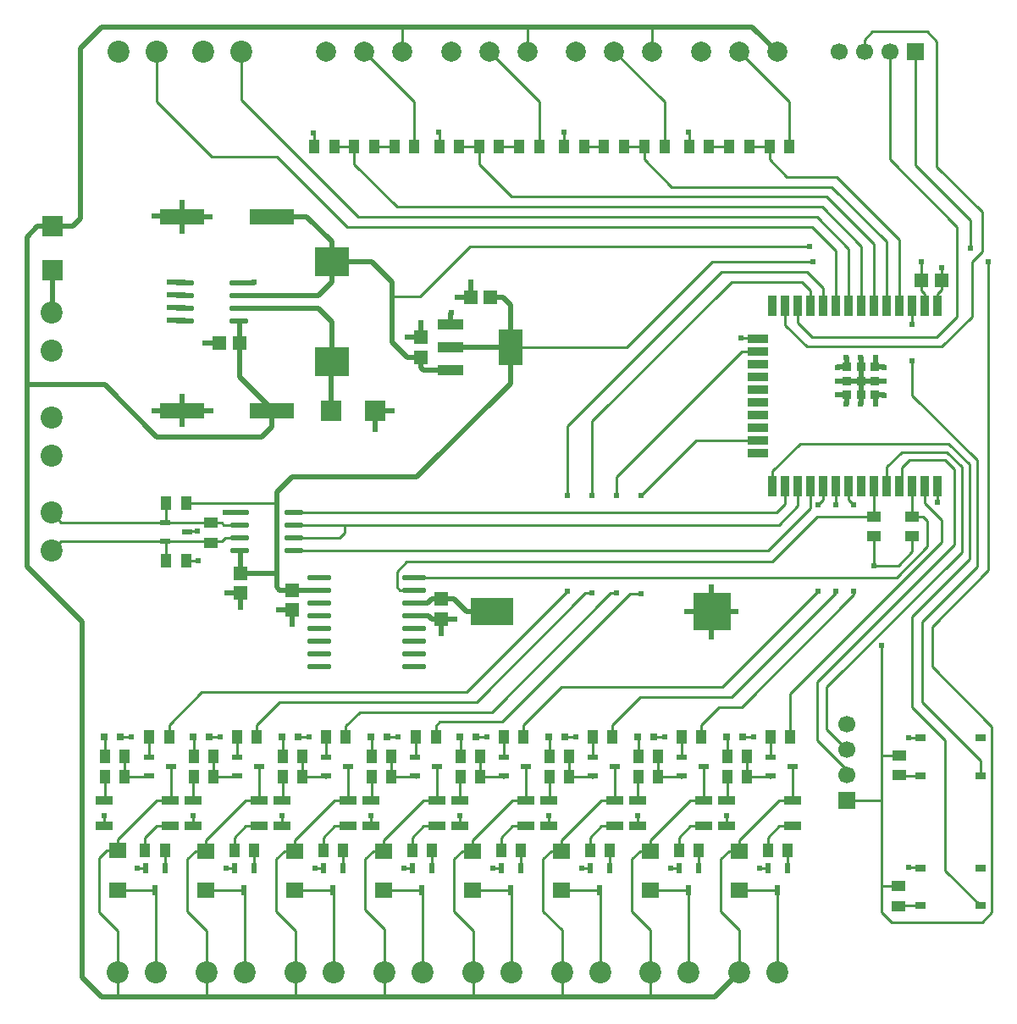
<source format=gtl>
G04 Layer: TopLayer*
G04 EasyEDA Pro v2.2.40.8, 2025-08-06 11:59:20*
G04 Gerber Generator version 0.3*
G04 Scale: 100 percent, Rotated: No, Reflected: No*
G04 Dimensions in millimeters*
G04 Leading zeros omitted, absolute positions, 4 integers and 5 decimals*
G04 Generated by one-click*
%FSLAX45Y45*%
%MOMM*%
%ADD10R,1.41X1.35001*%
%ADD11R,0.95001X2.1*%
%ADD12R,2.1X0.95001*%
%ADD13R,0.9X0.9*%
%ADD14C,2.2*%
%ADD15R,4.49999X1.65001*%
%ADD16R,1.35001X1.41*%
%ADD17R,2.0X2.0*%
%ADD18R,3.5003X2.99999*%
%ADD19R,3.49999X2.99999*%
%ADD20O,1.95021X0.5684*%
%ADD21R,2.49999X1.1*%
%ADD22R,2.34X3.59999*%
%ADD23R,1.03749X0.532*%
%ADD24R,1.13254X1.37701*%
%ADD25R,1.37701X1.13254*%
%ADD26R,3.79999X3.79999*%
%ADD27R,4.29999X2.79999*%
%ADD28C,2.0*%
%ADD29O,2.4005X0.57399*%
%ADD30R,1.0X0.75001*%
%ADD31R,1.7X1.7*%
%ADD32C,1.7*%
%ADD33R,1.7X0.95001*%
%ADD34R,0.532X1.03749*%
%ADD35R,0.8X0.8*%
%ADD36R,1.68001X1.51999*%
%ADD37C,0.61*%
%ADD38C,0.254*%
%ADD39C,0.508*%
G75*


G04 Pad Start*
G54D10*
G01X9095140Y-2686439D03*
G01X9295139Y-2686439D03*
G54D11*
G01X9257192Y-2942128D03*
G01X9130192Y-2942128D03*
G01X9003192Y-2942128D03*
G01X8876192Y-2942128D03*
G01X8749192Y-2942128D03*
G01X8622192Y-2942128D03*
G01X8495192Y-2942128D03*
G01X8368192Y-2942128D03*
G01X8241192Y-2942128D03*
G01X8114192Y-2942128D03*
G01X7987192Y-2942128D03*
G01X7860192Y-2942128D03*
G01X7733192Y-2942128D03*
G01X7606192Y-2942128D03*
G54D12*
G01X7456687Y-3270652D03*
G01X7456687Y-3397652D03*
G01X7456687Y-3524652D03*
G01X7456687Y-3651652D03*
G01X7456687Y-3778652D03*
G01X7456687Y-3905652D03*
G01X7456687Y-4032652D03*
G01X7456687Y-4159652D03*
G01X7456687Y-4286652D03*
G01X7456687Y-4413652D03*
G54D11*
G01X7606192Y-4742150D03*
G01X7733192Y-4742150D03*
G01X7860192Y-4742150D03*
G01X7987192Y-4742150D03*
G01X8114192Y-4742150D03*
G01X8241192Y-4742150D03*
G01X8368192Y-4742150D03*
G01X8495192Y-4742150D03*
G01X8622192Y-4742150D03*
G01X8749192Y-4742150D03*
G01X8876192Y-4742150D03*
G01X9003192Y-4742150D03*
G01X9130192Y-4742150D03*
G01X9257192Y-4742150D03*
G54D13*
G01X8489096Y-3692114D03*
G01X8489096Y-3552135D03*
G01X8489096Y-3832144D03*
G01X8629101Y-3832144D03*
G01X8629101Y-3692139D03*
G01X8629101Y-3552135D03*
G01X8349091Y-3552135D03*
G01X8349091Y-3692139D03*
G01X8349091Y-3832144D03*
G54D14*
G01X1064197Y-399999D03*
G01X1445197Y-399999D03*
G01X1914195Y-399999D03*
G01X2295195Y-399999D03*
G54D15*
G01X2599982Y-2049996D03*
G01X1700009Y-2049996D03*
G01X2599982Y-3988092D03*
G01X1700009Y-3988092D03*
G54D10*
G01X2275396Y-3313493D03*
G01X2075396Y-3313493D03*
G54D16*
G01X4086972Y-3455632D03*
G01X4086972Y-3255632D03*
G54D10*
G01X4786972Y-2855632D03*
G01X4586973Y-2855632D03*
G54D17*
G01X3636289Y-3987800D03*
G01X3196311Y-3987800D03*
G01X406400Y-2582189D03*
G01X406400Y-2142211D03*
G54D19*
G01X3199994Y-2499995D03*
G01X3199994Y-3499993D03*
G54D14*
G01X399999Y-3390494D03*
G01X399999Y-3009494D03*
G54D20*
G01X2270506Y-3090494D03*
G01X2270506Y-2963494D03*
G01X2270506Y-2836494D03*
G01X2270506Y-2709494D03*
G01X1729486Y-3090494D03*
G01X1729486Y-2963494D03*
G01X1729486Y-2836494D03*
G01X1729486Y-2709494D03*
G54D21*
G01X4389978Y-3125635D03*
G01X4389978Y-3355632D03*
G01X4389978Y-3585629D03*
G54D22*
G01X4983970Y-3355632D03*
G54D16*
G01X2287295Y-5612689D03*
G01X2287295Y-5812688D03*
G54D23*
G01X1533563Y-5104994D03*
G01X1533563Y-5294986D03*
G01X1753832Y-5199990D03*
G54D14*
G01X399999Y-5390490D03*
G01X399999Y-5009490D03*
G54D24*
G01X1743697Y-5487289D03*
G01X1543698Y-5487289D03*
G01X1543698Y-4912690D03*
G01X1743697Y-4912690D03*
G54D25*
G01X1993900Y-5307000D03*
G01X1993900Y-5107000D03*
G54D20*
G01X2823210Y-5384800D03*
G01X2823210Y-5257800D03*
G01X2823210Y-5130800D03*
G01X2823210Y-5003800D03*
G01X2282190Y-5384800D03*
G01X2282190Y-5257800D03*
G01X2282190Y-5130800D03*
G01X2282190Y-5003800D03*
G54D14*
G01X399999Y-4440491D03*
G01X399999Y-4059491D03*
G54D26*
G01X7002490Y-5999988D03*
G54D27*
G01X4797483Y-5999988D03*
G54D16*
G01X4292600Y-5869000D03*
G01X4292600Y-6069000D03*
G01X2806700Y-5780100D03*
G01X2806700Y-5980100D03*
G54D28*
G01X5153990Y-399999D03*
G01X4772990Y-399999D03*
G01X4391990Y-399999D03*
G01X6403988Y-399999D03*
G01X6022988Y-399999D03*
G01X5641988Y-399999D03*
G01X7653985Y-399999D03*
G01X7272985Y-399999D03*
G01X6891985Y-399999D03*
G54D25*
G01X8623300Y-5243500D03*
G01X8623300Y-5043500D03*
G01X9004300Y-5243500D03*
G01X9004300Y-5043500D03*
G54D29*
G01X3074962Y-5655488D03*
G01X3074962Y-5782488D03*
G01X3074962Y-5909488D03*
G01X3074962Y-6036488D03*
G01X3074962Y-6163488D03*
G01X3074962Y-6290488D03*
G01X3074962Y-6417488D03*
G01X3074962Y-6544488D03*
G01X4025024Y-5655488D03*
G01X4025024Y-5782488D03*
G01X4025024Y-5909488D03*
G01X4025024Y-6036488D03*
G01X4025024Y-6163488D03*
G01X4025024Y-6290488D03*
G01X4025024Y-6417488D03*
G01X4025024Y-6544488D03*
G54D25*
G01X8864600Y-8939200D03*
G01X8864600Y-8739200D03*
G01X8877300Y-7631100D03*
G01X8877300Y-7431100D03*
G54D30*
G01X9085301Y-8562800D03*
G01X9685299Y-8562800D03*
G01X9085301Y-8937800D03*
G01X9685299Y-8937800D03*
G01X9087282Y-7260085D03*
G01X9687281Y-7260085D03*
G01X9087282Y-7635085D03*
G01X9687281Y-7635085D03*
G54D31*
G01X9030983Y-399999D03*
G54D32*
G01X8776983Y-399999D03*
G01X8522983Y-399999D03*
G01X8268983Y-399999D03*
G54D31*
G01X8349983Y-7880985D03*
G54D32*
G01X8349983Y-7626985D03*
G01X8349983Y-7372985D03*
G01X8349983Y-7118985D03*
G54D24*
G01X5272989Y-1349997D03*
G01X5072990Y-1349997D03*
G01X4872990Y-1349997D03*
G01X4672990Y-1349997D03*
G01X4472991Y-1349997D03*
G01X4272991Y-1349997D03*
G01X6122988Y-1349997D03*
G01X5922988Y-1349997D03*
G01X5722988Y-1349997D03*
G01X5522989Y-1349997D03*
G01X7372985Y-1349997D03*
G01X7172985Y-1349997D03*
G01X6972986Y-1349997D03*
G01X6772986Y-1349997D03*
G54D28*
G01X3903993Y-399999D03*
G01X3522993Y-399999D03*
G01X3141993Y-399999D03*
G54D24*
G01X3622993Y-1349997D03*
G01X3422993Y-1349997D03*
G01X3222993Y-1349997D03*
G01X3022994Y-1349997D03*
G01X4024592Y-1349997D03*
G01X3824592Y-1349997D03*
G01X6524587Y-1349997D03*
G01X6324587Y-1349997D03*
G01X7774584Y-1349997D03*
G01X7574585Y-1349997D03*
G54D33*
G01X7150303Y-7886700D03*
G01X7150303Y-8140700D03*
G01X7810297Y-8140700D03*
G01X7810297Y-7886700D03*
G01X6261303Y-7886700D03*
G01X6261303Y-8140700D03*
G01X6921297Y-8140700D03*
G01X6921297Y-7886700D03*
G01X5372303Y-7886700D03*
G01X5372303Y-8140700D03*
G01X6032297Y-8140700D03*
G01X6032297Y-7886700D03*
G01X4483303Y-7886700D03*
G01X4483303Y-8140700D03*
G01X5143297Y-8140700D03*
G01X5143297Y-7886700D03*
G01X3594303Y-7886700D03*
G01X3594303Y-8140700D03*
G01X4254297Y-8140700D03*
G01X4254297Y-7886700D03*
G01X2705303Y-7886700D03*
G01X2705303Y-8140700D03*
G01X3365297Y-8140700D03*
G01X3365297Y-7886700D03*
G01X1816303Y-7886700D03*
G01X1816303Y-8140700D03*
G01X2476297Y-8140700D03*
G01X2476297Y-7886700D03*
G01X927303Y-7886700D03*
G01X927303Y-8140700D03*
G01X1587297Y-8140700D03*
G01X1587297Y-7886700D03*
G54D24*
G01X7758100Y-8382000D03*
G01X7558100Y-8382000D03*
G01X7351700Y-7442200D03*
G01X7151700Y-7442200D03*
G01X7151700Y-7645400D03*
G01X7351700Y-7645400D03*
G01X7583500Y-7251700D03*
G01X7783500Y-7251700D03*
G01X6869100Y-8382000D03*
G01X6669100Y-8382000D03*
G01X6462700Y-7442200D03*
G01X6262700Y-7442200D03*
G01X6262700Y-7645400D03*
G01X6462700Y-7645400D03*
G01X6694500Y-7251700D03*
G01X6894500Y-7251700D03*
G01X5980100Y-8382000D03*
G01X5780100Y-8382000D03*
G01X5573700Y-7442200D03*
G01X5373700Y-7442200D03*
G01X5373700Y-7645400D03*
G01X5573700Y-7645400D03*
G01X5805500Y-7251700D03*
G01X6005500Y-7251700D03*
G01X5091100Y-8382000D03*
G01X4891100Y-8382000D03*
G01X4684700Y-7442200D03*
G01X4484700Y-7442200D03*
G01X4484700Y-7645400D03*
G01X4684700Y-7645400D03*
G01X4916500Y-7251700D03*
G01X5116500Y-7251700D03*
G01X4202100Y-8382000D03*
G01X4002100Y-8382000D03*
G01X3795700Y-7442200D03*
G01X3595700Y-7442200D03*
G01X3595700Y-7645400D03*
G01X3795700Y-7645400D03*
G01X4040200Y-7251700D03*
G01X4240200Y-7251700D03*
G01X3313100Y-8382000D03*
G01X3113100Y-8382000D03*
G01X2906700Y-7442200D03*
G01X2706700Y-7442200D03*
G01X2706700Y-7645400D03*
G01X2906700Y-7645400D03*
G01X3138500Y-7251700D03*
G01X3338500Y-7251700D03*
G01X2424100Y-8382000D03*
G01X2224100Y-8382000D03*
G01X2017700Y-7442200D03*
G01X1817700Y-7442200D03*
G01X1817700Y-7645400D03*
G01X2017700Y-7645400D03*
G01X2249500Y-7251700D03*
G01X2449500Y-7251700D03*
G01X1530302Y-8380400D03*
G01X1330302Y-8380400D03*
G01X1128700Y-7442200D03*
G01X928700Y-7442200D03*
G01X928700Y-7645400D03*
G01X1128700Y-7645400D03*
G01X1373200Y-7251700D03*
G01X1573200Y-7251700D03*
G54D34*
G01X7753096Y-8563966D03*
G01X7563104Y-8563966D03*
G01X7658100Y-8784234D03*
G54D23*
G01X7586066Y-7448804D03*
G01X7586066Y-7638796D03*
G01X7806334Y-7543800D03*
G54D34*
G01X6864096Y-8563966D03*
G01X6674104Y-8563966D03*
G01X6769100Y-8784234D03*
G54D23*
G01X6697066Y-7448804D03*
G01X6697066Y-7638796D03*
G01X6917334Y-7543800D03*
G54D34*
G01X5975096Y-8563966D03*
G01X5785104Y-8563966D03*
G01X5880100Y-8784234D03*
G54D23*
G01X5808066Y-7448804D03*
G01X5808066Y-7638796D03*
G01X6028334Y-7543800D03*
G54D34*
G01X5086096Y-8563966D03*
G01X4896104Y-8563966D03*
G01X4991100Y-8784234D03*
G54D23*
G01X4919066Y-7448804D03*
G01X4919066Y-7638796D03*
G01X5139334Y-7543800D03*
G54D34*
G01X4197096Y-8563966D03*
G01X4007104Y-8563966D03*
G01X4102100Y-8784234D03*
G54D23*
G01X4030066Y-7448804D03*
G01X4030066Y-7638796D03*
G01X4250334Y-7543800D03*
G54D34*
G01X3308096Y-8563966D03*
G01X3118104Y-8563966D03*
G01X3213100Y-8784234D03*
G54D23*
G01X3141066Y-7448804D03*
G01X3141066Y-7638796D03*
G01X3361334Y-7543800D03*
G54D34*
G01X2419096Y-8563966D03*
G01X2229104Y-8563966D03*
G01X2324100Y-8784234D03*
G54D23*
G01X2252066Y-7448804D03*
G01X2252066Y-7638796D03*
G01X2472334Y-7543800D03*
G54D34*
G01X1530096Y-8563966D03*
G01X1340104Y-8563966D03*
G01X1435100Y-8784234D03*
G54D23*
G01X1375766Y-7448804D03*
G01X1375766Y-7638796D03*
G01X1596034Y-7543800D03*
G54D14*
G01X7657186Y-9599981D03*
G01X7276186Y-9599981D03*
G01X6769087Y-9599981D03*
G01X6388087Y-9599981D03*
G01X5880989Y-9599981D03*
G01X5499989Y-9599981D03*
G01X4992891Y-9599981D03*
G01X4611891Y-9599981D03*
G01X4104792Y-9599981D03*
G01X3723792Y-9599981D03*
G01X3216694Y-9599981D03*
G01X2835694Y-9599981D03*
G01X2328596Y-9599981D03*
G01X1947596Y-9599981D03*
G01X1440498Y-9599981D03*
G01X1059498Y-9599981D03*
G54D35*
G01X7146354Y-7251713D03*
G01X7306247Y-7251687D03*
G01X6257354Y-7251713D03*
G01X6417247Y-7251687D03*
G01X5368354Y-7251713D03*
G01X5528247Y-7251687D03*
G01X4479354Y-7251713D03*
G01X4639247Y-7251687D03*
G01X3590354Y-7251713D03*
G01X3750247Y-7251687D03*
G01X2701354Y-7251713D03*
G01X2861247Y-7251687D03*
G01X1812354Y-7251713D03*
G01X1972247Y-7251687D03*
G01X923354Y-7251713D03*
G01X1083247Y-7251687D03*
G54D36*
G01X7277100Y-8781699D03*
G01X7277100Y-8388701D03*
G01X6388100Y-8781699D03*
G01X6388100Y-8388701D03*
G01X5499100Y-8781699D03*
G01X5499100Y-8388701D03*
G01X4610100Y-8781699D03*
G01X4610100Y-8388701D03*
G01X3721100Y-8781699D03*
G01X3721100Y-8388701D03*
G01X2832100Y-8781699D03*
G01X2832100Y-8388701D03*
G01X1943100Y-8781699D03*
G01X1943100Y-8388701D03*
G01X1061703Y-8780604D03*
G01X1061703Y-8387605D03*
G04 Pad End*

G04 Via Start*
G54D37*
G01X9295139Y-2559439D03*
G01X9258300Y-4902200D03*
G01X8967864Y-8555863D03*
G01X8968181Y-7257085D03*
G01X7289800Y-3263900D03*
G01X927303Y-8039100D03*
G01X1257300Y-8559800D03*
G01X1816100Y-8039100D03*
G01X2705100Y-8039100D03*
G01X3594100Y-8039100D03*
G01X4483100Y-8039100D03*
G01X5372100Y-8039100D03*
G01X6261100Y-8039100D03*
G01X7150100Y-8039100D03*
G01X1193800Y-7251700D03*
G01X2082800Y-7251700D03*
G01X2971800Y-7251700D03*
G01X3860800Y-7251700D03*
G01X4749800Y-7251700D03*
G01X5638800Y-7251700D03*
G01X6527800Y-7251700D03*
G01X7416800Y-7251700D03*
G01X2146300Y-8559800D03*
G01X3035300Y-8559800D03*
G01X3924300Y-8559800D03*
G01X4813300Y-8559800D03*
G01X5702300Y-8559800D03*
G01X6591300Y-8559800D03*
G01X7480300Y-8559800D03*
G01X3017500Y-1210299D03*
G01X4267200Y-1206500D03*
G01X5524500Y-1206500D03*
G01X6769100Y-1206500D03*
G01X1574800Y-3086100D03*
G01X1930400Y-3314700D03*
G01X1422400Y-3987800D03*
G01X1422400Y-2044700D03*
G01X1574800Y-2959100D03*
G01X1574800Y-2832100D03*
G01X1574800Y-2705100D03*
G01X2425700Y-2705100D03*
G01X1866900Y-5486400D03*
G01X1854200Y-5194300D03*
G01X2133600Y-5003800D03*
G01X6288900Y-5815800D03*
G01X6288900Y-4837900D03*
G01X6046000Y-5813400D03*
G01X6046000Y-4837100D03*
G01X5802300Y-5813400D03*
G01X5802300Y-4836300D03*
G01X5553939Y-5792838D03*
G01X5557050Y-4838700D03*
G01X8419300Y-5790400D03*
G01X8419300Y-4927600D03*
G01X8242300Y-5790400D03*
G01X8242300Y-4927600D03*
G01X8065300Y-5790400D03*
G01X8065300Y-4927600D03*
G01X7243790Y-5999988D03*
G01X4292600Y-6216553D03*
G01X2806700Y-6121400D03*
G01X9004300Y-3491700D03*
G01X9004300Y-3124200D03*
G01X4395991Y-3008693D03*
G01X4586491Y-2703893D03*
G01X3951491Y-3249993D03*
G01X8011668Y-2498090D03*
G01X9766300Y-2501900D03*
G01X8699983Y-6337300D03*
G01X8623783Y-5537200D03*
G01X9094734Y-2499995D03*
G01X8636000Y-3454400D03*
G01X8483600Y-3454400D03*
G01X8343900Y-3454400D03*
G01X8255000Y-3695700D03*
G01X8724900Y-3695700D03*
G01X8636000Y-3924300D03*
G01X8483600Y-3924300D03*
G01X8343900Y-3924300D03*
G01X8255000Y-3556000D03*
G01X8724900Y-3556000D03*
G01X8724900Y-3835400D03*
G01X8259322Y-3832144D03*
G01X6997700Y-5753100D03*
G01X6752849Y-5999988D03*
G01X6997700Y-6248400D03*
G01X4432300Y-6070600D03*
G01X2667000Y-5981700D03*
G01X2154087Y-5810608D03*
G01X2286000Y-5956300D03*
G01X4450153Y-2855632D03*
G01X4090468Y-3111868D03*
G01X7975600Y-2349500D03*
G01X9588500Y-2362200D03*
G01X1701800Y-3848100D03*
G01X1701800Y-4127500D03*
G01X1988177Y-3988092D03*
G01X3799992Y-3987292D03*
G01X3632200Y-4178300D03*
G01X1701800Y-1905000D03*
G01X1701800Y-2197100D03*
G01X1985836Y-2049996D03*
G04 Via End*

G04 Track Start*
G54D38*
G01X9295139Y-2686439D02*
G01X9295139Y-2559439D01*
G01X9257192Y-4742150D02*
G01X9258300Y-4743258D01*
G01X9258300Y-4902200D01*
G01X9075445Y-8553148D02*
G01X9072730Y-8555863D01*
G01X8967864Y-8555863D01*
G01X9087282Y-7260085D02*
G01X8971181Y-7260085D01*
G01X8968181Y-7257085D01*
G01X7456687Y-3270652D02*
G01X7449936Y-3263900D01*
G01X7289800Y-3263900D01*
G01X1530096Y-8563966D02*
G01X1530096Y-8380606D01*
G01X1530302Y-8380400D01*
G01X1330302Y-8380400D02*
G01X1330302Y-8258198D01*
G01X1447800Y-8140700D01*
G01X1587297Y-8140700D01*
G01X927303Y-7886700D02*
G01X928700Y-7885303D01*
G01X928700Y-7645400D01*
G01X1128700Y-7645400D02*
G01X1128700Y-7442200D01*
G01X928700Y-7442200D02*
G01X928700Y-7257059D01*
G01X923354Y-7251713D01*
G01X1373200Y-7251700D02*
G01X1373200Y-7446239D01*
G01X1375766Y-7448804D01*
G01X1128700Y-7645400D02*
G01X1369162Y-7645400D01*
G01X1375766Y-7638796D01*
G01X1816303Y-7886700D02*
G01X1816303Y-7646797D01*
G01X1817700Y-7645400D01*
G01X2017700Y-7645400D02*
G01X2017700Y-7442200D01*
G01X1817700Y-7442200D02*
G01X1817700Y-7257059D01*
G01X1812354Y-7251713D01*
G01X2017700Y-7645400D02*
G01X2245462Y-7645400D01*
G01X2252066Y-7638796D01*
G01X2252066Y-7448804D02*
G01X2252066Y-7254265D01*
G01X2249500Y-7251700D01*
G01X2224100Y-8382000D02*
G01X2224100Y-8253400D01*
G01X2336800Y-8140700D01*
G01X2476297Y-8140700D01*
G01X2424100Y-8382000D02*
G01X2424100Y-8558962D01*
G01X2419096Y-8563966D01*
G01X2706700Y-7442200D02*
G01X2706700Y-7257059D01*
G01X2701354Y-7251713D01*
G01X2906700Y-7442200D02*
G01X2906700Y-7645400D01*
G01X2706700Y-7645400D02*
G01X2706700Y-7885303D01*
G01X2705303Y-7886700D01*
G01X2906700Y-7645400D02*
G01X3134970Y-7645400D01*
G01X3141066Y-7651496D01*
G01X3138500Y-7251700D02*
G01X3138500Y-7446239D01*
G01X3141066Y-7448804D01*
G01X3113100Y-8382000D02*
G01X3113100Y-8253400D01*
G01X3225800Y-8140700D01*
G01X3365297Y-8140700D01*
G01X3313100Y-8382000D02*
G01X3313100Y-8558962D01*
G01X3308096Y-8563966D01*
G01X4202100Y-8382000D02*
G01X4202100Y-8558962D01*
G01X4197096Y-8563966D01*
G01X4002100Y-8382000D02*
G01X4002100Y-8253400D01*
G01X4114800Y-8140700D01*
G01X4254297Y-8140700D01*
G01X3594303Y-7886700D02*
G01X3595700Y-7885303D01*
G01X3595700Y-7645400D01*
G01X3795700Y-7645400D02*
G01X3795700Y-7442200D01*
G01X3595700Y-7442200D02*
G01X3595700Y-7257059D01*
G01X3590354Y-7251713D01*
G01X3795700Y-7645400D02*
G01X4036670Y-7645400D01*
G01X4042766Y-7651496D01*
G01X4042766Y-7461504D02*
G01X4042766Y-7254265D01*
G01X4040200Y-7251700D01*
G01X5091100Y-8382000D02*
G01X5091100Y-8558962D01*
G01X5086096Y-8563966D01*
G01X4891100Y-8382000D02*
G01X4891100Y-8253400D01*
G01X5003800Y-8140700D01*
G01X5143297Y-8140700D01*
G01X4483303Y-7886700D02*
G01X4483303Y-7646797D01*
G01X4484700Y-7645400D01*
G01X4684700Y-7645400D02*
G01X4684700Y-7442200D01*
G01X4484700Y-7442200D02*
G01X4484700Y-7259066D01*
G01X4492054Y-7251713D01*
G01X4684700Y-7645400D02*
G01X4912970Y-7645400D01*
G01X4919066Y-7651496D01*
G01X4919066Y-7461504D02*
G01X4919066Y-7254265D01*
G01X4916500Y-7251700D01*
G01X5980100Y-8382000D02*
G01X5980100Y-8558962D01*
G01X5975096Y-8563966D01*
G01X5780100Y-8382000D02*
G01X5780100Y-8253400D01*
G01X5892800Y-8140700D01*
G01X6032297Y-8140700D01*
G01X5372303Y-7886700D02*
G01X5373700Y-7885303D01*
G01X5373700Y-7645400D01*
G01X5573700Y-7645400D02*
G01X5801970Y-7645400D01*
G01X5808066Y-7651496D01*
G01X5573700Y-7645400D02*
G01X5573700Y-7442200D01*
G01X5373700Y-7442200D02*
G01X5373700Y-7257059D01*
G01X5368354Y-7251713D01*
G01X5805500Y-7251700D02*
G01X5805500Y-7458939D01*
G01X5808066Y-7461504D01*
G01X6869100Y-8382000D02*
G01X6869100Y-8558962D01*
G01X6864096Y-8563966D01*
G01X7758100Y-8382000D02*
G01X7758100Y-8558962D01*
G01X7753096Y-8563966D01*
G01X6669100Y-8382000D02*
G01X6669100Y-8253400D01*
G01X6781800Y-8140700D01*
G01X6921297Y-8140700D01*
G01X7558100Y-8382000D02*
G01X7558100Y-8253400D01*
G01X7670800Y-8140700D01*
G01X7810297Y-8140700D01*
G01X6261303Y-7886700D02*
G01X6261303Y-7646797D01*
G01X6262700Y-7645400D01*
G01X6462700Y-7645400D02*
G01X6462700Y-7442200D01*
G01X6262700Y-7442200D02*
G01X6262700Y-7257059D01*
G01X6257354Y-7251713D01*
G01X6462700Y-7645400D02*
G01X6690970Y-7645400D01*
G01X6697066Y-7651496D01*
G01X6697066Y-7461504D02*
G01X6697066Y-7254265D01*
G01X6694500Y-7251700D01*
G01X7150303Y-7886700D02*
G01X7151700Y-7885303D01*
G01X7151700Y-7645400D01*
G01X7351700Y-7645400D02*
G01X7351700Y-7442200D01*
G01X7151700Y-7442200D02*
G01X7151700Y-7257059D01*
G01X7146354Y-7251713D01*
G01X7351700Y-7645400D02*
G01X7579970Y-7645400D01*
G01X7586066Y-7651496D01*
G01X7586066Y-7461504D02*
G01X7586066Y-7254265D01*
G01X7583500Y-7251700D01*
G01X1083247Y-7251687D02*
G01X1193787Y-7251687D01*
G01X1972247Y-7251687D02*
G01X2082787Y-7251687D01*
G01X2861247Y-7251687D02*
G01X2971787Y-7251687D01*
G01X3750247Y-7251687D02*
G01X3860787Y-7251687D01*
G01X4639247Y-7251687D02*
G01X4749787Y-7251687D01*
G01X5528247Y-7251687D02*
G01X5638787Y-7251687D01*
G01X6417247Y-7251687D02*
G01X6527787Y-7251687D01*
G01X7306247Y-7251687D02*
G01X7416787Y-7251687D01*
G01X927303Y-8140700D02*
G01X927303Y-8039100D01*
G01X1816303Y-8140700D02*
G01X1816303Y-8039303D01*
G01X1816100Y-8039100D01*
G01X2705303Y-8140700D02*
G01X2705303Y-8039303D01*
G01X2705100Y-8039100D01*
G01X3594303Y-8140700D02*
G01X3594303Y-8039303D01*
G01X3594100Y-8039100D01*
G01X4483303Y-8140700D02*
G01X4483303Y-8039303D01*
G01X4483100Y-8039100D01*
G01X5372303Y-8140700D02*
G01X5372303Y-8039303D01*
G01X5372100Y-8039100D01*
G01X6261303Y-8140700D02*
G01X6261303Y-8039303D01*
G01X6261100Y-8039100D01*
G01X7150303Y-8140700D02*
G01X7150303Y-8039303D01*
G01X7150100Y-8039100D01*
G01X1340104Y-8563966D02*
G01X1261466Y-8563966D01*
G01X1257300Y-8559800D01*
G01X2229104Y-8563966D02*
G01X2150466Y-8563966D01*
G01X2146300Y-8559800D01*
G01X3118104Y-8563966D02*
G01X3113938Y-8559800D01*
G01X3035300Y-8559800D01*
G01X4007104Y-8563966D02*
G01X3928466Y-8563966D01*
G01X3924300Y-8559800D01*
G01X4896104Y-8563966D02*
G01X4891938Y-8559800D01*
G01X4813300Y-8559800D01*
G01X5785104Y-8563966D02*
G01X5706466Y-8563966D01*
G01X5702300Y-8559800D01*
G01X6674104Y-8563966D02*
G01X6669938Y-8559800D01*
G01X6591300Y-8559800D01*
G01X7563104Y-8563966D02*
G01X7558938Y-8559800D01*
G01X7480300Y-8559800D01*
G01X1440498Y-9599981D02*
G01X1440498Y-8789632D01*
G01X1435100Y-8784234D01*
G01X2328596Y-9599981D02*
G01X2328596Y-8788730D01*
G01X3216694Y-9599981D02*
G01X3216694Y-8787828D01*
G01X3213100Y-8784234D01*
G01X4104792Y-9599981D02*
G01X4104792Y-8786927D01*
G01X4102100Y-8784234D01*
G01X4992891Y-9599981D02*
G01X4992891Y-8786025D01*
G01X4991100Y-8784234D01*
G01X5880989Y-9599981D02*
G01X5880989Y-8785123D01*
G01X5880100Y-8784234D01*
G01X6769087Y-9599981D02*
G01X6769087Y-8784247D01*
G01X7657186Y-9599981D02*
G01X7657186Y-8785149D01*
G01X7658100Y-8784234D01*
G54D39*
G01X399999Y-2999994D02*
G01X406400Y-2993593D01*
G01X406400Y-2582189D01*
G54D38*
G01X1533563Y-5104994D02*
G01X1543698Y-5094859D01*
G01X1543698Y-5487289D02*
G01X1543698Y-5305120D01*
G01X1533563Y-5294986D01*
G01X4272991Y-1349997D02*
G01X4272991Y-1212291D01*
G01X4267200Y-1206500D01*
G01X6772986Y-1349997D02*
G01X6772986Y-1210386D01*
G01X6769100Y-1206500D01*
G01X5522989Y-1349997D02*
G01X5522989Y-1208011D01*
G01X5524500Y-1206500D01*
G01X3022994Y-1349997D02*
G01X3022994Y-1215792D01*
G01X3017500Y-1210299D01*
G01X3522993Y-399999D02*
G01X4022992Y-899998D01*
G01X4022992Y-1349997D01*
G01X4772990Y-399999D02*
G01X5272989Y-899998D01*
G01X5272989Y-1349997D01*
G54D39*
G01X406400Y-2142211D02*
G01X607784Y-2142211D01*
G01X685800Y-2064194D01*
G01X685800Y-364198D01*
G01X899998Y-150000D01*
G01X7403986Y-150000D02*
G01X7653985Y-399999D01*
G54D38*
G01X3903993Y-399999D02*
G01X3903993Y-151309D01*
G01X3902683Y-150000D01*
G54D39*
G01X899998Y-150000D02*
G01X3902683Y-150000D01*
G54D38*
G01X5153990Y-399999D02*
G01X5153990Y-151139D01*
G01X5155129Y-150000D01*
G54D39*
G01X3902683Y-150000D02*
G01X5155129Y-150000D01*
G54D38*
G01X6403988Y-399999D02*
G01X6403988Y-150388D01*
G01X6403599Y-150000D01*
G54D39*
G01X5155129Y-150000D02*
G01X6403599Y-150000D01*
G01X7403986Y-150000D01*
G54D38*
G01X3222993Y-1349997D02*
G01X3422993Y-1349997D01*
G01X3622993Y-1349997D02*
G01X3822992Y-1349997D01*
G01X4472991Y-1349997D02*
G01X4672990Y-1349997D01*
G01X4872990Y-1349997D02*
G01X5072990Y-1349997D01*
G01X5722988Y-1349997D02*
G01X5922988Y-1349997D01*
G01X6972986Y-1349997D02*
G01X7172985Y-1349997D01*
G01X2295195Y-399999D02*
G01X2295195Y-885495D01*
G01X1543698Y-5094859D02*
G01X1543698Y-4912690D01*
G01X1533563Y-5104994D02*
G01X1535570Y-5107000D01*
G01X399999Y-5009490D02*
G01X495503Y-5104994D01*
G01X1533563Y-5104994D01*
G01X399999Y-5390490D02*
G01X495503Y-5294986D01*
G01X1533563Y-5294986D01*
G54D39*
G01X7026186Y-9849980D02*
G01X7276186Y-9599981D01*
G01X699999Y-9649981D02*
G01X899998Y-9849980D01*
G01X699999Y-6099988D02*
G01X699999Y-9649981D01*
G01X150000Y-5549989D02*
G01X699999Y-6099988D01*
G01X406400Y-2142211D02*
G01X257785Y-2142211D01*
G01X150000Y-2249995D01*
G54D38*
G01X1059498Y-9599981D02*
G01X1059498Y-9849029D01*
G01X1058547Y-9849980D01*
G54D39*
G01X899998Y-9849980D02*
G01X1058547Y-9849980D01*
G54D38*
G01X1947596Y-9848401D02*
G01X1949175Y-9849980D01*
G54D39*
G01X1058547Y-9849980D02*
G01X1949175Y-9849980D01*
G01X2835827Y-9849980D01*
G54D38*
G01X3723792Y-9849305D02*
G01X3724468Y-9849980D01*
G54D39*
G01X2835827Y-9849980D02*
G01X3724468Y-9849980D01*
G54D38*
G01X4611891Y-9848763D02*
G01X4613108Y-9849980D01*
G54D39*
G01X3724468Y-9849980D02*
G01X4613108Y-9849980D01*
G54D38*
G01X5499989Y-9848221D02*
G01X5501749Y-9849980D01*
G54D39*
G01X4613108Y-9849980D02*
G01X5501749Y-9849980D01*
G54D38*
G01X6388087Y-9599981D02*
G01X6388401Y-9600295D01*
G01X6388401Y-9849980D01*
G54D39*
G01X5501749Y-9849980D02*
G01X6388401Y-9849980D01*
G01X7026186Y-9849980D01*
G54D38*
G01X1587297Y-7886700D02*
G01X1596034Y-7877962D01*
G01X1596034Y-7543800D01*
G01X2476297Y-7886700D02*
G01X2476297Y-7547762D01*
G01X2472334Y-7543800D01*
G01X3365297Y-7886700D02*
G01X3365297Y-7547762D01*
G01X3361334Y-7543800D01*
G01X4254297Y-7886700D02*
G01X4254297Y-7547762D01*
G01X4250334Y-7543800D01*
G01X5143297Y-7886700D02*
G01X5143297Y-7547762D01*
G01X5139334Y-7543800D01*
G01X6032297Y-7886700D02*
G01X6032297Y-7547762D01*
G01X6028334Y-7543800D01*
G01X6921297Y-7886700D02*
G01X6921297Y-7547762D01*
G01X6917334Y-7543800D01*
G01X7810297Y-7886700D02*
G01X7810297Y-7547762D01*
G01X7806334Y-7543800D01*
G54D39*
G01X150000Y-2249995D02*
G01X150000Y-3728027D01*
G01X150000Y-5549989D01*
G01X2599982Y-4150004D02*
G01X2599982Y-3988092D01*
G01X2499995Y-4249991D02*
G01X2599982Y-4150004D01*
G01X150000Y-3728027D02*
G01X928033Y-3728027D01*
G01X1449997Y-4249991D01*
G01X2499995Y-4249991D01*
G01X1700009Y-3988092D02*
G01X1699717Y-3987800D01*
G01X1422400Y-3987800D01*
G01X2075396Y-3313493D02*
G01X1931607Y-3313493D01*
G01X1930400Y-3314700D01*
G01X2425700Y-2705100D02*
G01X2421306Y-2709494D01*
G01X2270506Y-2709494D01*
G01X1574800Y-2959100D02*
G01X1725092Y-2959100D01*
G01X1729486Y-2963494D01*
G01X2275396Y-3313493D02*
G01X2275396Y-3095384D01*
G01X2270506Y-3090494D01*
G54D38*
G01X1533563Y-5294986D02*
G01X1534249Y-5294300D01*
G01X2097100Y-5294300D01*
G01X2133600Y-5257800D01*
G01X2231390Y-5257800D01*
G01X2097100Y-5107000D02*
G01X2120900Y-5130800D01*
G01X2231390Y-5130800D01*
G01X2097100Y-5107000D02*
G01X1535570Y-5107000D01*
G54D39*
G01X2133600Y-5003800D02*
G01X2282190Y-5003800D01*
G54D38*
G01X1743697Y-5487289D02*
G01X1866011Y-5487289D01*
G01X1866900Y-5486400D01*
G01X8522983Y-399999D02*
G01X8522983Y-277000D01*
G01X8599983Y-200000D01*
G01X9149982Y-200000D01*
G01X9249982Y-299999D01*
G01X7733192Y-3133201D02*
G01X7733192Y-2942128D01*
G01X7860192Y-3110201D02*
G01X7860192Y-2942128D01*
G01X8749192Y-4742150D02*
G01X8749192Y-4550782D01*
G01X8149984Y-7172985D02*
G01X8349983Y-7372985D01*
G01X8976652Y-4479671D02*
G01X8902862Y-4553461D01*
G01X8902862Y-4715480D01*
G01X8349983Y-7626985D02*
G01X8349983Y-7579995D01*
G01X8902862Y-4715480D02*
G01X8876192Y-4742150D01*
G01X8349983Y-7579995D02*
G01X8049984Y-7279996D01*
G01X9426651Y-4576661D02*
G01X9329661Y-4479671D01*
G01X8976652Y-4479671D01*
G01X8864600Y-8939200D02*
G01X8869937Y-8933863D01*
G01X9074264Y-8933863D01*
G01X8877300Y-7631100D02*
G01X8881285Y-7635085D01*
G01X9087282Y-7635085D01*
G01X8623300Y-5043500D02*
G01X8623300Y-4743258D01*
G01X8622192Y-4742150D01*
G01X9004300Y-4743258D02*
G01X9003192Y-4742150D01*
G01X7669174Y-5130800D02*
G01X7860192Y-4939783D01*
G01X7860192Y-4742150D01*
G01X2823210Y-5384800D02*
G01X7565174Y-5384800D01*
G01X7987192Y-4962782D01*
G01X7987192Y-4742150D01*
G01X2823210Y-5003800D02*
G01X7646175Y-5003800D01*
G01X7733192Y-4916783D01*
G01X7733192Y-4742150D01*
G01X1573200Y-7251700D02*
G01X1573200Y-7126783D01*
G01X1899996Y-6799986D01*
G01X4549991Y-6799986D01*
G54D39*
G01X2806700Y-5780100D02*
G01X3072575Y-5780100D01*
G01X3074962Y-5782488D01*
G01X4292600Y-6069000D02*
G01X4202100Y-6069000D01*
G01X4292600Y-5869000D02*
G01X4202100Y-5869000D01*
G01X4161612Y-5909488D01*
G01X4025024Y-5909488D01*
G54D38*
G01X3882492Y-5782488D02*
G01X4025024Y-5782488D01*
G01X3849992Y-5749988D02*
G01X3882492Y-5782488D01*
G01X3849992Y-5599989D02*
G01X3849992Y-5749988D01*
G01X3949992Y-5499989D02*
G01X3849992Y-5599989D01*
G01X8623300Y-5043500D02*
G01X8056474Y-5043500D01*
G01X7599985Y-5499989D01*
G01X3949992Y-5499989D01*
G01X8242300Y-4927600D02*
G01X8242300Y-4743258D01*
G01X8241192Y-4742150D01*
G01X7302327Y-3397652D02*
G01X7456687Y-3397652D01*
G01X7987192Y-2787202D02*
G01X7987192Y-2942128D01*
G01X8114192Y-2764202D02*
G01X8114192Y-2942128D01*
G01X4799990Y-6999986D02*
G01X5986577Y-5813400D01*
G01X6046000Y-5813400D01*
G01X6046000Y-4837100D02*
G01X6046000Y-4653978D01*
G01X7302327Y-3397652D01*
G01X4649991Y-6899986D02*
G01X5736577Y-5813400D01*
G01X5802300Y-5813400D01*
G01X5802300Y-4836300D02*
G01X5802300Y-4091454D01*
G01X4549991Y-6799986D02*
G01X5553939Y-5796039D01*
G01X5553939Y-5792838D01*
G01X5557050Y-4838700D02*
G01X5557050Y-4142930D01*
G01X4899990Y-7099986D02*
G01X6184176Y-5815800D01*
G01X6288900Y-5815800D01*
G01X6288900Y-4837900D02*
G01X6840148Y-4286652D01*
G01X7456687Y-4286652D01*
G01X9299981Y-3349993D02*
G01X7949984Y-3349993D01*
G01X7733192Y-3133201D01*
G01X9249982Y-3249993D02*
G01X7999984Y-3249993D01*
G01X7860192Y-3110201D01*
G01X9004300Y-3124200D02*
G01X9004300Y-2943236D01*
G01X9003192Y-2942128D01*
G01X8749192Y-4550782D02*
G01X8899982Y-4399991D01*
G01X9349981Y-4399991D01*
G01X9499981Y-4549991D01*
G01X7606192Y-4593784D02*
G01X7606192Y-4742150D01*
G01X9575800Y-4525810D02*
G01X9367990Y-4318000D01*
G01X7881976Y-4318000D01*
G01X7606192Y-4593784D01*
G01X9004300Y-3835400D02*
G01X9004300Y-3491700D01*
G01X9095140Y-2686439D02*
G01X9095140Y-2783240D01*
G01X9130192Y-2818292D01*
G01X9130192Y-2942128D01*
G01X9295139Y-2686439D02*
G01X9295139Y-2782561D01*
G01X9257192Y-2820508D01*
G01X9257192Y-2942128D01*
G54D39*
G01X4786972Y-2855632D02*
G01X4910123Y-2855632D01*
G01X4983970Y-2929478D01*
G01X4983970Y-3355632D01*
G01X4389978Y-3355632D02*
G01X4983970Y-3355632D01*
G54D38*
G01X4672990Y-1349997D02*
G01X4672990Y-1522997D01*
G01X4999990Y-1849996D01*
G01X2295195Y-885495D02*
G01X3459696Y-2049996D01*
G01X3422993Y-1349997D02*
G01X3422993Y-1522997D01*
G01X3849992Y-1949996D01*
G01X1445197Y-399999D02*
G01X1445197Y-895198D01*
G01X1999996Y-1449997D01*
G01X2649995Y-1449997D01*
G01X3349993Y-2149996D01*
G01X5802300Y-4091454D02*
G01X7193760Y-2699995D01*
G01X7899984Y-2699995D01*
G01X7987192Y-2787202D01*
G01X5557050Y-4142930D02*
G01X7099986Y-2599995D01*
G01X7949984Y-2599995D01*
G01X8114192Y-2764202D01*
G01X3459696Y-2049996D02*
G01X8049984Y-2049996D01*
G01X8368192Y-2368204D01*
G01X8368192Y-2942128D01*
G01X3349993Y-2149996D02*
G01X7999984Y-2149996D01*
G01X8241192Y-2391203D01*
G01X8241192Y-2942128D01*
G01X9449981Y-3049994D02*
G01X9249982Y-3249993D01*
G01X9249982Y-299999D02*
G01X9249982Y-1549997D01*
G01X8776983Y-399999D02*
G01X8776983Y-1476997D01*
G01X9449981Y-2149996D01*
G01X9449981Y-3049994D01*
G01X9249982Y-1549997D02*
G01X9699981Y-1999996D01*
G01X9699981Y-2399995D01*
G01X9599981Y-2499995D01*
G01X9599981Y-3049994D01*
G01X9299981Y-3349993D01*
G01X8799982Y-9099982D02*
G01X8699983Y-8999982D01*
G01X9699981Y-9099982D02*
G01X8799982Y-9099982D01*
G01X9799980Y-8999982D02*
G01X9699981Y-9099982D01*
G01X9799980Y-7149986D02*
G01X9799980Y-8999982D01*
G01X9685299Y-8937800D02*
G01X9334500Y-8587001D01*
G01X9687281Y-7635085D02*
G01X9687281Y-7487285D01*
G01X9334500Y-8587001D02*
G01X9334500Y-7284504D01*
G01X9649981Y-4481081D02*
G01X9004300Y-3835400D01*
G01X9334500Y-7284504D02*
G01X8999982Y-6949986D01*
G01X9687281Y-7487285D02*
G01X9099982Y-6899986D01*
G01X9199982Y-6549987D02*
G01X9799980Y-7149986D01*
G01X8699983Y-8999982D02*
G01X8699983Y-8739200D01*
G01X8864600Y-8739200D01*
G01X9130192Y-4913792D02*
G01X9130192Y-4742150D01*
G01X9004300Y-5043500D02*
G01X9004300Y-4743258D01*
G01X9107500Y-5043500D02*
G01X9004300Y-5043500D01*
G01X9156700Y-5092700D02*
G01X9107500Y-5043500D01*
G01X9766300Y-2501900D02*
G01X9766300Y-5583669D01*
G01X9199982Y-6149988D01*
G01X9199982Y-6549987D01*
G01X9099982Y-6899986D02*
G01X9099982Y-6099988D01*
G01X9649981Y-5549989D01*
G01X9649981Y-4481081D01*
G01X8999982Y-6949986D02*
G01X8999982Y-6049988D01*
G01X9575800Y-5474170D01*
G01X9575800Y-4525810D01*
G01X9499981Y-4549991D02*
G01X9499981Y-5399989D01*
G01X8149984Y-6749986D01*
G01X8149984Y-7172985D01*
G01X8049984Y-7279996D02*
G01X8049984Y-6699987D01*
G01X9426651Y-5323319D01*
G01X9426651Y-4576661D01*
G01X7783500Y-7251700D02*
G01X7783500Y-6816471D01*
G01X9299981Y-5299989D01*
G01X9299981Y-5083581D01*
G01X9130192Y-4913792D01*
G01X8699983Y-7431100D02*
G01X8877300Y-7431100D01*
G01X8699983Y-7431100D02*
G01X8699983Y-6337300D01*
G01X8623783Y-5537200D02*
G01X8623300Y-5536717D01*
G01X8623300Y-5243500D01*
G01X4025024Y-5655488D02*
G01X8844483Y-5655488D01*
G01X9156700Y-5343271D01*
G01X9156700Y-5092700D01*
G01X8623783Y-5537200D02*
G01X8862771Y-5537200D01*
G01X9004300Y-5395671D01*
G01X9004300Y-5243500D01*
G01X9094734Y-2499995D02*
G01X9094734Y-2686033D01*
G01X9095140Y-2686439D01*
G54D39*
G01X2680106Y-5780100D02*
G01X2806700Y-5780100D01*
G01X4983970Y-3355632D02*
G01X4983970Y-3716013D01*
G01X2806700Y-5980100D02*
G01X2806700Y-6121400D01*
G01X4292600Y-5869000D02*
G01X4419003Y-5869000D01*
G01X4549991Y-5999988D01*
G01X4797483Y-5999988D01*
G01X4086972Y-3255632D02*
G01X4081334Y-3249993D01*
G01X3951491Y-3249993D01*
G01X4586973Y-2855632D02*
G01X4586973Y-2704376D01*
G01X4586491Y-2703893D01*
G01X8349091Y-3692139D02*
G01X8258561Y-3692139D01*
G01X8255000Y-3695700D01*
G01X8349091Y-3552135D02*
G01X8349091Y-3459591D01*
G01X8343900Y-3454400D01*
G01X8489096Y-3552135D02*
G01X8489096Y-3459896D01*
G01X8483600Y-3454400D01*
G01X8629101Y-3552135D02*
G01X8636000Y-3545235D01*
G01X8636000Y-3454400D01*
G01X8629101Y-3692139D02*
G01X8721339Y-3692139D01*
G54D38*
G01X8721339Y-3692139D02*
G01X8724900Y-3695700D01*
G54D39*
G01X8629101Y-3832144D02*
G01X8636000Y-3839044D01*
G01X8636000Y-3924300D01*
G01X8349091Y-3832144D02*
G01X8349091Y-3919109D01*
G01X8343900Y-3924300D01*
G01X8349091Y-3552135D02*
G01X8258865Y-3552135D01*
G01X8255000Y-3556000D01*
G01X8629101Y-3552135D02*
G01X8721035Y-3552135D01*
G01X8724900Y-3556000D01*
G01X8629101Y-3832144D02*
G01X8721644Y-3832144D01*
G01X8724900Y-3835400D01*
G01X8349091Y-3832144D02*
G01X8259322Y-3832144D01*
G54D38*
G01X2823210Y-5257800D02*
G01X3276600Y-5257800D01*
G01X3327400Y-5207000D01*
G01X3327400Y-5131979D01*
G01X3326221Y-5130800D01*
G01X2823210Y-5130800D02*
G01X3326221Y-5130800D01*
G01X7669174Y-5130800D01*
G54D39*
G01X2599982Y-3988092D02*
G01X2599982Y-3971582D01*
G01X2275396Y-3646995D01*
G01X2275396Y-3313493D01*
G01X1574800Y-3086100D02*
G01X1725092Y-3086100D01*
G01X1729486Y-3090494D01*
G01X1574800Y-2832100D02*
G01X1725092Y-2832100D01*
G01X1729486Y-2836494D01*
G01X1574800Y-2705100D02*
G01X1725092Y-2705100D01*
G01X1729486Y-2709494D01*
G01X7002490Y-5999988D02*
G01X7243790Y-5999988D01*
G01X6752849Y-5999988D02*
G01X7002490Y-5999988D01*
G01X6997700Y-5753100D02*
G01X6997700Y-5995198D01*
G01X7002490Y-5999988D01*
G01X6997700Y-6248400D02*
G01X6997700Y-6004778D01*
G01X7002490Y-5999988D01*
G01X2806700Y-5980100D02*
G01X2805100Y-5981700D01*
G01X2667000Y-5981700D01*
G01X4292600Y-6069000D02*
G01X4430700Y-6069000D01*
G01X4432300Y-6070600D01*
G01X4292600Y-6069000D02*
G01X4292600Y-6216553D01*
G01X2649995Y-5749988D02*
G01X2680106Y-5780100D01*
G01X2287295Y-5612689D02*
G01X2646436Y-5612689D01*
G01X2649995Y-5616248D01*
G01X2649995Y-5749988D01*
G01X2287295Y-5612689D02*
G01X2287295Y-5389905D01*
G01X2282190Y-5384800D01*
G01X4983970Y-3716013D02*
G01X4049992Y-4649991D01*
G01X2799994Y-4649991D01*
G01X2649995Y-4799990D01*
G54D38*
G01X1743697Y-4912690D02*
G01X2647835Y-4912690D01*
G01X2649995Y-4910530D01*
G54D39*
G01X2649995Y-4799990D02*
G01X2649995Y-4910530D01*
G01X2649995Y-5616248D01*
G01X2286000Y-5956300D02*
G01X2286000Y-5813984D01*
G01X2287295Y-5812688D01*
G01X2154087Y-5810608D02*
G01X2285215Y-5810608D01*
G01X2287295Y-5812688D01*
G54D38*
G01X1854200Y-5194300D02*
G01X1759522Y-5194300D01*
G01X1753832Y-5199990D01*
G54D39*
G01X4086972Y-3255632D02*
G01X4086972Y-3115364D01*
G01X4090468Y-3111868D01*
G01X4586973Y-2855632D02*
G01X4450153Y-2855632D01*
G01X8489096Y-3832144D02*
G01X8489096Y-3692114D01*
G01X8349116Y-3692114D01*
G01X8489096Y-3692114D02*
G01X8629075Y-3692114D01*
G01X8489096Y-3692114D02*
G01X8489096Y-3552135D01*
G01X8489096Y-3832144D02*
G01X8489096Y-3918804D01*
G01X8483600Y-3924300D01*
G01X4202100Y-6069000D02*
G01X4169588Y-6036488D01*
G01X4025024Y-6036488D01*
G54D38*
G01X6122988Y-1349997D02*
G01X6324587Y-1349997D01*
G01X7372985Y-1349997D02*
G01X7574585Y-1349997D01*
G01X6022988Y-399999D02*
G01X6524587Y-901598D01*
G01X6524587Y-1349997D01*
G01X7272985Y-399999D02*
G01X7774584Y-901598D01*
G01X7774584Y-1349997D01*
G01X6324587Y-1349997D02*
G01X6324587Y-1474597D01*
G01X6599987Y-1749996D01*
G01X7574585Y-1349997D02*
G01X7574585Y-1474597D01*
G01X7749985Y-1649997D01*
G01X3849992Y-1949996D02*
G01X8099984Y-1949996D01*
G01X8495192Y-2345204D01*
G01X8495192Y-2942128D01*
G01X4999990Y-1849996D02*
G01X8149984Y-1849996D01*
G01X8622192Y-2322204D01*
G01X8622192Y-2942128D01*
G01X6599987Y-1749996D02*
G01X8199984Y-1749996D01*
G01X8749192Y-2299205D01*
G01X8749192Y-2942128D01*
G01X7749985Y-1649997D02*
G01X8249984Y-1649997D01*
G01X8876192Y-2276205D01*
G01X8876192Y-2942128D01*
G01X7199986Y-6849986D02*
G01X8242300Y-5807672D01*
G01X8242300Y-5790400D01*
G01X8065300Y-5790400D02*
G01X7105714Y-6749986D01*
G01X7299985Y-6949986D02*
G01X8419300Y-5830672D01*
G01X8419300Y-5790400D01*
G01X8065300Y-4927600D02*
G01X8114192Y-4878708D01*
G01X8114192Y-4742150D01*
G01X8419300Y-4927600D02*
G01X8368192Y-4876492D01*
G01X8368192Y-4742150D01*
G54D39*
G01X4389978Y-3125635D02*
G01X4389978Y-3014706D01*
G01X4395991Y-3008693D01*
G54D38*
G01X8349983Y-7880985D02*
G01X8695523Y-7880985D01*
G01X8699983Y-7876526D01*
G01X8699983Y-8739200D02*
G01X8699983Y-7876526D01*
G01X8699983Y-7431100D01*
G01X4983970Y-3355632D02*
G01X6144349Y-3355632D01*
G01X7001891Y-2498090D01*
G01X8011668Y-2498090D01*
G01X9588500Y-2362200D02*
G01X9588500Y-2088515D01*
G01X9030983Y-1530998D01*
G01X9030983Y-399999D01*
G54D39*
G01X4086972Y-3455632D02*
G01X4086972Y-3553572D01*
G01X4119029Y-3585629D01*
G01X4389978Y-3585629D01*
G01X2599982Y-2049996D02*
G01X2949994Y-2049996D01*
G01X3199994Y-2299995D01*
G01X3199994Y-2499995D01*
G54D38*
G01X2328596Y-8788730D02*
G01X2324100Y-8784234D01*
G01X5499989Y-9599981D02*
G01X5499989Y-9848221D01*
G01X4611891Y-9599981D02*
G01X4611891Y-9848763D01*
G01X3723792Y-9599981D02*
G01X3723792Y-9849305D01*
G01X2835694Y-9599981D02*
G01X2835694Y-9849847D01*
G01X1947596Y-9599981D02*
G01X1947596Y-9848401D01*
G54D39*
G01X1700009Y-3988092D02*
G01X1701800Y-3986301D01*
G01X1701800Y-3848100D01*
G01X1700009Y-3988092D02*
G01X1988177Y-3988092D01*
G01X1700009Y-3988092D02*
G01X1701800Y-3989883D01*
G01X1701800Y-4127500D01*
G01X3199994Y-3499993D02*
G01X3196311Y-3503676D01*
G01X3196311Y-3987800D01*
G01X3636289Y-3987800D02*
G01X3799484Y-3987800D01*
G01X3799992Y-3987292D01*
G01X3636289Y-3987800D02*
G01X3636289Y-4174211D01*
G01X3632200Y-4178300D01*
G01X2270506Y-2836494D02*
G01X3063494Y-2836494D01*
G01X3199994Y-2699995D01*
G01X3199994Y-2499995D01*
G01X2270506Y-2963494D02*
G01X3063494Y-2963494D01*
G01X3199994Y-3099994D01*
G01X3199994Y-3499993D01*
G01X3199994Y-2499995D02*
G01X3599993Y-2499995D01*
G01X3955631Y-3455632D02*
G01X4086972Y-3455632D01*
G01X3599993Y-2499995D02*
G01X3799992Y-2699995D01*
G01X3799992Y-3299993D02*
G01X3955631Y-3455632D01*
G54D38*
G01X3805964Y-2849994D02*
G01X3799992Y-2844023D01*
G54D39*
G01X3799992Y-2699995D02*
G01X3799992Y-2844023D01*
G01X3799992Y-3299993D01*
G54D38*
G01X7975600Y-2349500D02*
G01X4584700Y-2349500D01*
G01X4084206Y-2849994D01*
G01X3805964Y-2849994D01*
G54D39*
G01X1700009Y-2049996D02*
G01X1701800Y-2048205D01*
G01X1701800Y-1905000D01*
G01X1700009Y-2049996D02*
G01X1701800Y-2051787D01*
G01X1701800Y-2197100D01*
G01X1700009Y-2049996D02*
G01X1985836Y-2049996D01*
G01X1422400Y-2044700D02*
G01X1694713Y-2044700D01*
G54D38*
G01X3338500Y-7251700D02*
G01X3338500Y-7139000D01*
G01X3477514Y-6999986D01*
G01X4799990Y-6999986D01*
G01X4240200Y-7251700D02*
G01X4240200Y-7139000D01*
G01X4279214Y-7099986D01*
G01X4899990Y-7099986D01*
G01X2449500Y-7251700D02*
G01X2449500Y-7126300D01*
G01X2675814Y-6899986D01*
G01X4649991Y-6899986D01*
G01X7105714Y-6749986D02*
G01X5492814Y-6749986D01*
G01X5116500Y-7126300D01*
G01X5116500Y-7251700D01*
G01X6005500Y-7251700D02*
G01X6005500Y-7126300D01*
G01X6281814Y-6849986D01*
G01X7199986Y-6849986D01*
G01X6894500Y-7251700D02*
G01X6894500Y-7126300D01*
G01X7070814Y-6949986D01*
G01X7299985Y-6949986D01*
G01X7277100Y-8781699D02*
G01X7655565Y-8781699D01*
G01X7658100Y-8784234D01*
G01X6388100Y-8781699D02*
G01X6766565Y-8781699D01*
G01X6769100Y-8784234D01*
G01X5499100Y-8781699D02*
G01X5877565Y-8781699D01*
G01X5880100Y-8784234D01*
G01X4610100Y-8781699D02*
G01X4988565Y-8781699D01*
G01X4991100Y-8784234D01*
G01X3721100Y-8781699D02*
G01X4099565Y-8781699D01*
G01X4102100Y-8784234D01*
G01X2832100Y-8781699D02*
G01X3210565Y-8781699D01*
G01X3213100Y-8784234D01*
G01X1943100Y-8781699D02*
G01X2321565Y-8781699D01*
G01X2324100Y-8784234D01*
G01X1061703Y-8780604D02*
G01X1431470Y-8780604D01*
G01X1435100Y-8784234D01*
G01X7810297Y-7886700D02*
G01X7670800Y-7886700D01*
G01X7277100Y-8280400D01*
G01X7277100Y-8388701D01*
G01X6921297Y-7886700D02*
G01X6781800Y-7886700D01*
G01X6388100Y-8280400D01*
G01X6388100Y-8388701D01*
G01X6032297Y-7886700D02*
G01X5892800Y-7886700D01*
G01X5499100Y-8280400D01*
G01X5499100Y-8388701D01*
G01X5143297Y-7886700D02*
G01X5003800Y-7886700D01*
G01X4610100Y-8280400D01*
G01X4610100Y-8388701D01*
G01X4254297Y-7886700D02*
G01X4114800Y-7886700D01*
G01X3721100Y-8280400D01*
G01X3721100Y-8388701D01*
G01X3365297Y-7886700D02*
G01X3225800Y-7886700D01*
G01X2832100Y-8280400D01*
G01X2832100Y-8388701D01*
G01X2476297Y-7886700D02*
G01X2336800Y-7886700D01*
G01X1943100Y-8280400D01*
G01X1943100Y-8388701D01*
G01X1587297Y-7886700D02*
G01X1447800Y-7886700D01*
G01X1061703Y-8272797D01*
G01X1061703Y-8387605D01*
G01X1059498Y-9599981D02*
G01X1059498Y-9187497D01*
G01X876300Y-9004300D01*
G01X1947596Y-9599981D02*
G01X1947596Y-9186596D01*
G01X1752600Y-8991600D01*
G01X2835694Y-9599981D02*
G01X2835694Y-9185694D01*
G01X2641600Y-8991600D01*
G01X3723792Y-9599981D02*
G01X3723792Y-9172092D01*
G01X3530600Y-8978900D01*
G01X4611891Y-9599981D02*
G01X4611891Y-9183891D01*
G01X4419600Y-8991600D01*
G01X5499989Y-9599981D02*
G01X5499989Y-9182989D01*
G01X5308600Y-8991600D01*
G01X6388087Y-9599981D02*
G01X6388087Y-9182087D01*
G01X6197600Y-8991600D01*
G01X7276186Y-9599981D02*
G01X7276186Y-9181186D01*
G01X7086600Y-8991600D01*
G01X1752600Y-8991600D02*
G01X1752600Y-8470900D01*
G01X1834799Y-8388701D01*
G01X1943100Y-8388701D01*
G01X876300Y-9004300D02*
G01X876300Y-8458200D01*
G01X946895Y-8387605D01*
G01X1061703Y-8387605D01*
G01X2641600Y-8991600D02*
G01X2641600Y-8470900D01*
G01X2723799Y-8388701D01*
G01X2832100Y-8388701D01*
G01X3530600Y-8978900D02*
G01X3530600Y-8470900D01*
G01X3612799Y-8388701D01*
G01X3721100Y-8388701D01*
G01X4419600Y-8991600D02*
G01X4419600Y-8470900D01*
G01X4501799Y-8388701D01*
G01X4610100Y-8388701D01*
G01X5308600Y-8991600D02*
G01X5308600Y-8470900D01*
G01X5390799Y-8388701D01*
G01X5499100Y-8388701D01*
G01X6197600Y-8991600D02*
G01X6197600Y-8470900D01*
G01X6279787Y-8388713D01*
G01X6388087Y-8388713D01*
G01X7086600Y-8991600D02*
G01X7086600Y-8470900D01*
G01X7168799Y-8388701D01*
G01X7277100Y-8388701D01*
G04 Track End*

M02*


</source>
